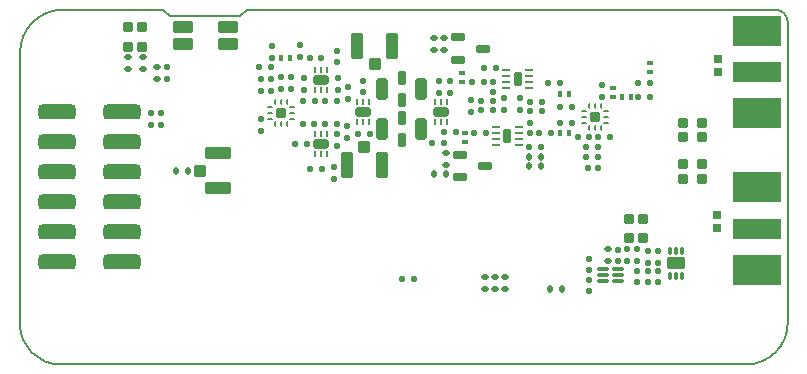
<source format=gtp>
G04*
G04 #@! TF.GenerationSoftware,Altium Limited,CircuitStudio,1.5.2 (30)*
G04*
G04 Layer_Color=16711884*
%FSLAX25Y25*%
%MOIN*%
G70*
G01*
G75*
G04:AMPARAMS|DCode=13|XSize=23.62mil|YSize=17.72mil|CornerRadius=4.43mil|HoleSize=0mil|Usage=FLASHONLY|Rotation=180.000|XOffset=0mil|YOffset=0mil|HoleType=Round|Shape=RoundedRectangle|*
%AMROUNDEDRECTD13*
21,1,0.02362,0.00886,0,0,180.0*
21,1,0.01476,0.01772,0,0,180.0*
1,1,0.00886,-0.00738,0.00443*
1,1,0.00886,0.00738,0.00443*
1,1,0.00886,0.00738,-0.00443*
1,1,0.00886,-0.00738,-0.00443*
%
%ADD13ROUNDEDRECTD13*%
G04:AMPARAMS|DCode=15|XSize=21.65mil|YSize=17.72mil|CornerRadius=4.43mil|HoleSize=0mil|Usage=FLASHONLY|Rotation=270.000|XOffset=0mil|YOffset=0mil|HoleType=Round|Shape=RoundedRectangle|*
%AMROUNDEDRECTD15*
21,1,0.02165,0.00886,0,0,270.0*
21,1,0.01280,0.01772,0,0,270.0*
1,1,0.00886,-0.00443,-0.00640*
1,1,0.00886,-0.00443,0.00640*
1,1,0.00886,0.00443,0.00640*
1,1,0.00886,0.00443,-0.00640*
%
%ADD15ROUNDEDRECTD15*%
G04:AMPARAMS|DCode=16|XSize=37.01mil|YSize=10.63mil|CornerRadius=1.33mil|HoleSize=0mil|Usage=FLASHONLY|Rotation=180.000|XOffset=0mil|YOffset=0mil|HoleType=Round|Shape=RoundedRectangle|*
%AMROUNDEDRECTD16*
21,1,0.03701,0.00797,0,0,180.0*
21,1,0.03435,0.01063,0,0,180.0*
1,1,0.00266,-0.01718,0.00399*
1,1,0.00266,0.01718,0.00399*
1,1,0.00266,0.01718,-0.00399*
1,1,0.00266,-0.01718,-0.00399*
%
%ADD16ROUNDEDRECTD16*%
G04:AMPARAMS|DCode=17|XSize=61.02mil|YSize=40.16mil|CornerRadius=4.02mil|HoleSize=0mil|Usage=FLASHONLY|Rotation=0.000|XOffset=0mil|YOffset=0mil|HoleType=Round|Shape=RoundedRectangle|*
%AMROUNDEDRECTD17*
21,1,0.06102,0.03213,0,0,0.0*
21,1,0.05299,0.04016,0,0,0.0*
1,1,0.00803,0.02649,-0.01606*
1,1,0.00803,-0.02649,-0.01606*
1,1,0.00803,-0.02649,0.01606*
1,1,0.00803,0.02649,0.01606*
%
%ADD17ROUNDEDRECTD17*%
G04:AMPARAMS|DCode=18|XSize=25.59mil|YSize=11.81mil|CornerRadius=2.95mil|HoleSize=0mil|Usage=FLASHONLY|Rotation=270.000|XOffset=0mil|YOffset=0mil|HoleType=Round|Shape=RoundedRectangle|*
%AMROUNDEDRECTD18*
21,1,0.02559,0.00591,0,0,270.0*
21,1,0.01969,0.01181,0,0,270.0*
1,1,0.00591,-0.00295,-0.00984*
1,1,0.00591,-0.00295,0.00984*
1,1,0.00591,0.00295,0.00984*
1,1,0.00591,0.00295,-0.00984*
%
%ADD18ROUNDEDRECTD18*%
G04:AMPARAMS|DCode=19|XSize=31.5mil|YSize=31.5mil|CornerRadius=3.15mil|HoleSize=0mil|Usage=FLASHONLY|Rotation=90.000|XOffset=0mil|YOffset=0mil|HoleType=Round|Shape=RoundedRectangle|*
%AMROUNDEDRECTD19*
21,1,0.03150,0.02520,0,0,90.0*
21,1,0.02520,0.03150,0,0,90.0*
1,1,0.00630,0.01260,0.01260*
1,1,0.00630,0.01260,-0.01260*
1,1,0.00630,-0.01260,-0.01260*
1,1,0.00630,-0.01260,0.01260*
%
%ADD19ROUNDEDRECTD19*%
G04:AMPARAMS|DCode=20|XSize=18.11mil|YSize=7.87mil|CornerRadius=3.15mil|HoleSize=0mil|Usage=FLASHONLY|Rotation=90.000|XOffset=0mil|YOffset=0mil|HoleType=Round|Shape=RoundedRectangle|*
%AMROUNDEDRECTD20*
21,1,0.01811,0.00158,0,0,90.0*
21,1,0.01181,0.00787,0,0,90.0*
1,1,0.00630,0.00079,0.00591*
1,1,0.00630,0.00079,-0.00591*
1,1,0.00630,-0.00079,-0.00591*
1,1,0.00630,-0.00079,0.00591*
%
%ADD20ROUNDEDRECTD20*%
G04:AMPARAMS|DCode=21|XSize=18.11mil|YSize=7.87mil|CornerRadius=3.15mil|HoleSize=0mil|Usage=FLASHONLY|Rotation=0.000|XOffset=0mil|YOffset=0mil|HoleType=Round|Shape=RoundedRectangle|*
%AMROUNDEDRECTD21*
21,1,0.01811,0.00158,0,0,0.0*
21,1,0.01181,0.00787,0,0,0.0*
1,1,0.00630,0.00591,-0.00079*
1,1,0.00630,-0.00591,-0.00079*
1,1,0.00630,-0.00591,0.00079*
1,1,0.00630,0.00591,0.00079*
%
%ADD21ROUNDEDRECTD21*%
G04:AMPARAMS|DCode=22|XSize=41.34mil|YSize=86.61mil|CornerRadius=4.13mil|HoleSize=0mil|Usage=FLASHONLY|Rotation=0.000|XOffset=0mil|YOffset=0mil|HoleType=Round|Shape=RoundedRectangle|*
%AMROUNDEDRECTD22*
21,1,0.04134,0.07835,0,0,0.0*
21,1,0.03307,0.08661,0,0,0.0*
1,1,0.00827,0.01654,-0.03917*
1,1,0.00827,-0.01654,-0.03917*
1,1,0.00827,-0.01654,0.03917*
1,1,0.00827,0.01654,0.03917*
%
%ADD22ROUNDEDRECTD22*%
G04:AMPARAMS|DCode=23|XSize=39.37mil|YSize=41.34mil|CornerRadius=3.94mil|HoleSize=0mil|Usage=FLASHONLY|Rotation=0.000|XOffset=0mil|YOffset=0mil|HoleType=Round|Shape=RoundedRectangle|*
%AMROUNDEDRECTD23*
21,1,0.03937,0.03347,0,0,0.0*
21,1,0.03150,0.04134,0,0,0.0*
1,1,0.00787,0.01575,-0.01673*
1,1,0.00787,-0.01575,-0.01673*
1,1,0.00787,-0.01575,0.01673*
1,1,0.00787,0.01575,0.01673*
%
%ADD23ROUNDEDRECTD23*%
G04:AMPARAMS|DCode=24|XSize=41.34mil|YSize=86.61mil|CornerRadius=4.13mil|HoleSize=0mil|Usage=FLASHONLY|Rotation=270.000|XOffset=0mil|YOffset=0mil|HoleType=Round|Shape=RoundedRectangle|*
%AMROUNDEDRECTD24*
21,1,0.04134,0.07835,0,0,270.0*
21,1,0.03307,0.08661,0,0,270.0*
1,1,0.00827,-0.03917,-0.01654*
1,1,0.00827,-0.03917,0.01654*
1,1,0.00827,0.03917,0.01654*
1,1,0.00827,0.03917,-0.01654*
%
%ADD24ROUNDEDRECTD24*%
G04:AMPARAMS|DCode=25|XSize=39.37mil|YSize=41.34mil|CornerRadius=3.94mil|HoleSize=0mil|Usage=FLASHONLY|Rotation=270.000|XOffset=0mil|YOffset=0mil|HoleType=Round|Shape=RoundedRectangle|*
%AMROUNDEDRECTD25*
21,1,0.03937,0.03347,0,0,270.0*
21,1,0.03150,0.04134,0,0,270.0*
1,1,0.00787,-0.01673,-0.01575*
1,1,0.00787,-0.01673,0.01575*
1,1,0.00787,0.01673,0.01575*
1,1,0.00787,0.01673,-0.01575*
%
%ADD25ROUNDEDRECTD25*%
G04:AMPARAMS|DCode=26|XSize=51.18mil|YSize=31.5mil|CornerRadius=4.72mil|HoleSize=0mil|Usage=FLASHONLY|Rotation=180.000|XOffset=0mil|YOffset=0mil|HoleType=Round|Shape=RoundedRectangle|*
%AMROUNDEDRECTD26*
21,1,0.05118,0.02205,0,0,180.0*
21,1,0.04173,0.03150,0,0,180.0*
1,1,0.00945,-0.02087,0.01102*
1,1,0.00945,0.02087,0.01102*
1,1,0.00945,0.02087,-0.01102*
1,1,0.00945,-0.02087,-0.01102*
%
%ADD26ROUNDEDRECTD26*%
G04:AMPARAMS|DCode=27|XSize=21.65mil|YSize=9.84mil|CornerRadius=1.48mil|HoleSize=0mil|Usage=FLASHONLY|Rotation=90.000|XOffset=0mil|YOffset=0mil|HoleType=Round|Shape=RoundedRectangle|*
%AMROUNDEDRECTD27*
21,1,0.02165,0.00689,0,0,90.0*
21,1,0.01870,0.00984,0,0,90.0*
1,1,0.00295,0.00345,0.00935*
1,1,0.00295,0.00345,-0.00935*
1,1,0.00295,-0.00345,-0.00935*
1,1,0.00295,-0.00345,0.00935*
%
%ADD27ROUNDEDRECTD27*%
G04:AMPARAMS|DCode=28|XSize=125.2mil|YSize=50mil|CornerRadius=12.5mil|HoleSize=0mil|Usage=FLASHONLY|Rotation=180.000|XOffset=0mil|YOffset=0mil|HoleType=Round|Shape=RoundedRectangle|*
%AMROUNDEDRECTD28*
21,1,0.12520,0.02500,0,0,180.0*
21,1,0.10020,0.05000,0,0,180.0*
1,1,0.02500,-0.05010,0.01250*
1,1,0.02500,0.05010,0.01250*
1,1,0.02500,0.05010,-0.01250*
1,1,0.02500,-0.05010,-0.01250*
%
%ADD28ROUNDEDRECTD28*%
G04:AMPARAMS|DCode=29|XSize=21.65mil|YSize=17.72mil|CornerRadius=4.43mil|HoleSize=0mil|Usage=FLASHONLY|Rotation=0.000|XOffset=0mil|YOffset=0mil|HoleType=Round|Shape=RoundedRectangle|*
%AMROUNDEDRECTD29*
21,1,0.02165,0.00886,0,0,0.0*
21,1,0.01280,0.01772,0,0,0.0*
1,1,0.00886,0.00640,-0.00443*
1,1,0.00886,-0.00640,-0.00443*
1,1,0.00886,-0.00640,0.00443*
1,1,0.00886,0.00640,0.00443*
%
%ADD29ROUNDEDRECTD29*%
G04:AMPARAMS|DCode=30|XSize=48.43mil|YSize=23.62mil|CornerRadius=2.95mil|HoleSize=0mil|Usage=FLASHONLY|Rotation=0.000|XOffset=0mil|YOffset=0mil|HoleType=Round|Shape=RoundedRectangle|*
%AMROUNDEDRECTD30*
21,1,0.04843,0.01772,0,0,0.0*
21,1,0.04252,0.02362,0,0,0.0*
1,1,0.00591,0.02126,-0.00886*
1,1,0.00591,-0.02126,-0.00886*
1,1,0.00591,-0.02126,0.00886*
1,1,0.00591,0.02126,0.00886*
%
%ADD30ROUNDEDRECTD30*%
%ADD31R,0.16496X0.07008*%
%ADD32R,0.16496X0.10492*%
G04:AMPARAMS|DCode=33|XSize=9.84mil|YSize=29.53mil|CornerRadius=1.48mil|HoleSize=0mil|Usage=FLASHONLY|Rotation=270.000|XOffset=0mil|YOffset=0mil|HoleType=Round|Shape=RoundedRectangle|*
%AMROUNDEDRECTD33*
21,1,0.00984,0.02658,0,0,270.0*
21,1,0.00689,0.02953,0,0,270.0*
1,1,0.00295,-0.01329,-0.00345*
1,1,0.00295,-0.01329,0.00345*
1,1,0.00295,0.01329,0.00345*
1,1,0.00295,0.01329,-0.00345*
%
%ADD33ROUNDEDRECTD33*%
G04:AMPARAMS|DCode=34|XSize=47.24mil|YSize=23.62mil|CornerRadius=3.54mil|HoleSize=0mil|Usage=FLASHONLY|Rotation=270.000|XOffset=0mil|YOffset=0mil|HoleType=Round|Shape=RoundedRectangle|*
%AMROUNDEDRECTD34*
21,1,0.04724,0.01654,0,0,270.0*
21,1,0.04016,0.02362,0,0,270.0*
1,1,0.00709,-0.00827,-0.02008*
1,1,0.00709,-0.00827,0.02008*
1,1,0.00709,0.00827,0.02008*
1,1,0.00709,0.00827,-0.02008*
%
%ADD34ROUNDEDRECTD34*%
G04:AMPARAMS|DCode=35|XSize=23.62mil|YSize=17.72mil|CornerRadius=4.43mil|HoleSize=0mil|Usage=FLASHONLY|Rotation=270.000|XOffset=0mil|YOffset=0mil|HoleType=Round|Shape=RoundedRectangle|*
%AMROUNDEDRECTD35*
21,1,0.02362,0.00886,0,0,270.0*
21,1,0.01476,0.01772,0,0,270.0*
1,1,0.00886,-0.00443,-0.00738*
1,1,0.00886,-0.00443,0.00738*
1,1,0.00886,0.00443,0.00738*
1,1,0.00886,0.00443,-0.00738*
%
%ADD35ROUNDEDRECTD35*%
G04:AMPARAMS|DCode=36|XSize=14.17mil|YSize=23mil|CornerRadius=0.71mil|HoleSize=0mil|Usage=FLASHONLY|Rotation=180.000|XOffset=0mil|YOffset=0mil|HoleType=Round|Shape=RoundedRectangle|*
%AMROUNDEDRECTD36*
21,1,0.01417,0.02158,0,0,180.0*
21,1,0.01276,0.02300,0,0,180.0*
1,1,0.00142,-0.00638,0.01079*
1,1,0.00142,0.00638,0.01079*
1,1,0.00142,0.00638,-0.01079*
1,1,0.00142,-0.00638,-0.01079*
%
%ADD36ROUNDEDRECTD36*%
G04:AMPARAMS|DCode=37|XSize=14.17mil|YSize=23mil|CornerRadius=0.71mil|HoleSize=0mil|Usage=FLASHONLY|Rotation=270.000|XOffset=0mil|YOffset=0mil|HoleType=Round|Shape=RoundedRectangle|*
%AMROUNDEDRECTD37*
21,1,0.01417,0.02158,0,0,270.0*
21,1,0.01276,0.02300,0,0,270.0*
1,1,0.00142,-0.01079,-0.00638*
1,1,0.00142,-0.01079,0.00638*
1,1,0.00142,0.01079,0.00638*
1,1,0.00142,0.01079,-0.00638*
%
%ADD37ROUNDEDRECTD37*%
G04:AMPARAMS|DCode=38|XSize=27.56mil|YSize=27.56mil|CornerRadius=2.76mil|HoleSize=0mil|Usage=FLASHONLY|Rotation=90.000|XOffset=0mil|YOffset=0mil|HoleType=Round|Shape=RoundedRectangle|*
%AMROUNDEDRECTD38*
21,1,0.02756,0.02205,0,0,90.0*
21,1,0.02205,0.02756,0,0,90.0*
1,1,0.00551,0.01102,0.01102*
1,1,0.00551,0.01102,-0.01102*
1,1,0.00551,-0.01102,-0.01102*
1,1,0.00551,-0.01102,0.01102*
%
%ADD38ROUNDEDRECTD38*%
G04:AMPARAMS|DCode=39|XSize=31.89mil|YSize=36.61mil|CornerRadius=4.78mil|HoleSize=0mil|Usage=FLASHONLY|Rotation=270.000|XOffset=0mil|YOffset=0mil|HoleType=Round|Shape=RoundedRectangle|*
%AMROUNDEDRECTD39*
21,1,0.03189,0.02705,0,0,270.0*
21,1,0.02232,0.03661,0,0,270.0*
1,1,0.00957,-0.01352,-0.01116*
1,1,0.00957,-0.01352,0.01116*
1,1,0.00957,0.01352,0.01116*
1,1,0.00957,0.01352,-0.01116*
%
%ADD39ROUNDEDRECTD39*%
G04:AMPARAMS|DCode=40|XSize=31.89mil|YSize=36.61mil|CornerRadius=4.78mil|HoleSize=0mil|Usage=FLASHONLY|Rotation=180.000|XOffset=0mil|YOffset=0mil|HoleType=Round|Shape=RoundedRectangle|*
%AMROUNDEDRECTD40*
21,1,0.03189,0.02705,0,0,180.0*
21,1,0.02232,0.03661,0,0,180.0*
1,1,0.00957,-0.01116,0.01352*
1,1,0.00957,0.01116,0.01352*
1,1,0.00957,0.01116,-0.01352*
1,1,0.00957,-0.01116,-0.01352*
%
%ADD40ROUNDEDRECTD40*%
G04:AMPARAMS|DCode=41|XSize=64.96mil|YSize=41.34mil|CornerRadius=4.13mil|HoleSize=0mil|Usage=FLASHONLY|Rotation=180.000|XOffset=0mil|YOffset=0mil|HoleType=Round|Shape=RoundedRectangle|*
%AMROUNDEDRECTD41*
21,1,0.06496,0.03307,0,0,180.0*
21,1,0.05669,0.04134,0,0,180.0*
1,1,0.00827,-0.02835,0.01654*
1,1,0.00827,0.02835,0.01654*
1,1,0.00827,0.02835,-0.01654*
1,1,0.00827,-0.02835,-0.01654*
%
%ADD41ROUNDEDRECTD41*%
G04:AMPARAMS|DCode=42|XSize=70.87mil|YSize=40.95mil|CornerRadius=6.14mil|HoleSize=0mil|Usage=FLASHONLY|Rotation=90.000|XOffset=0mil|YOffset=0mil|HoleType=Round|Shape=RoundedRectangle|*
%AMROUNDEDRECTD42*
21,1,0.07087,0.02866,0,0,90.0*
21,1,0.05858,0.04095,0,0,90.0*
1,1,0.01228,0.01433,0.02929*
1,1,0.01228,0.01433,-0.02929*
1,1,0.01228,-0.01433,-0.02929*
1,1,0.01228,-0.01433,0.02929*
%
%ADD42ROUNDEDRECTD42*%
G04:AMPARAMS|DCode=43|XSize=49.02mil|YSize=24.02mil|CornerRadius=3.6mil|HoleSize=0mil|Usage=FLASHONLY|Rotation=90.000|XOffset=0mil|YOffset=0mil|HoleType=Round|Shape=RoundedRectangle|*
%AMROUNDEDRECTD43*
21,1,0.04902,0.01681,0,0,90.0*
21,1,0.04181,0.02402,0,0,90.0*
1,1,0.00721,0.00841,0.02091*
1,1,0.00721,0.00841,-0.02091*
1,1,0.00721,-0.00841,-0.02091*
1,1,0.00721,-0.00841,0.02091*
%
%ADD43ROUNDEDRECTD43*%
%ADD54C,0.00500*%
G04:AMPARAMS|DCode=98|XSize=21.62mil|YSize=17.69mil|CornerRadius=3.92mil|HoleSize=0mil|Usage=FLASHONLY|Rotation=0.000|XOffset=0mil|YOffset=0mil|HoleType=Round|Shape=RoundedRectangle|*
%AMROUNDEDRECTD98*
21,1,0.02162,0.00984,0,0,0.0*
21,1,0.01378,0.01769,0,0,0.0*
1,1,0.00784,0.00689,-0.00492*
1,1,0.00784,-0.00689,-0.00492*
1,1,0.00784,-0.00689,0.00492*
1,1,0.00784,0.00689,0.00492*
%
%ADD98ROUNDEDRECTD98*%
G04:AMPARAMS|DCode=99|XSize=21.62mil|YSize=17.69mil|CornerRadius=3.92mil|HoleSize=0mil|Usage=FLASHONLY|Rotation=90.000|XOffset=0mil|YOffset=0mil|HoleType=Round|Shape=RoundedRectangle|*
%AMROUNDEDRECTD99*
21,1,0.02162,0.00984,0,0,90.0*
21,1,0.01378,0.01769,0,0,90.0*
1,1,0.00784,0.00492,0.00689*
1,1,0.00784,0.00492,-0.00689*
1,1,0.00784,-0.00492,-0.00689*
1,1,0.00784,-0.00492,0.00689*
%
%ADD99ROUNDEDRECTD99*%
D13*
X1230676Y733781D02*
D03*
Y737781D02*
D03*
X1189776Y724481D02*
D03*
Y728481D02*
D03*
X1193076Y724481D02*
D03*
Y728481D02*
D03*
X1196376Y724481D02*
D03*
Y728481D02*
D03*
X1172776Y808381D02*
D03*
Y804381D02*
D03*
X1080176Y794681D02*
D03*
Y798681D02*
D03*
X1075476Y798081D02*
D03*
Y802081D02*
D03*
X1070676Y798081D02*
D03*
Y802081D02*
D03*
X1176676Y769781D02*
D03*
Y765781D02*
D03*
X1175976Y808381D02*
D03*
Y804381D02*
D03*
D15*
X1240448Y733781D02*
D03*
X1237102D02*
D03*
X1240448Y737781D02*
D03*
X1237102D02*
D03*
X1223903Y764881D02*
D03*
X1227249D02*
D03*
D16*
X1228895Y727413D02*
D03*
Y729381D02*
D03*
Y731350D02*
D03*
X1233856D02*
D03*
Y729381D02*
D03*
Y727413D02*
D03*
D17*
X1253301Y733156D02*
D03*
D18*
X1255270Y729022D02*
D03*
X1253301D02*
D03*
X1251332D02*
D03*
Y737290D02*
D03*
X1253301D02*
D03*
X1255270D02*
D03*
D19*
X1226417Y782035D02*
D03*
X1121693Y783217D02*
D03*
D20*
X1224449Y785697D02*
D03*
X1226417D02*
D03*
X1228386D02*
D03*
Y778374D02*
D03*
X1226417D02*
D03*
X1224449D02*
D03*
X1123662Y779555D02*
D03*
X1121693D02*
D03*
X1119724D02*
D03*
Y786878D02*
D03*
X1121693D02*
D03*
X1123662D02*
D03*
D21*
X1230079Y784004D02*
D03*
Y782035D02*
D03*
Y780067D02*
D03*
X1222756D02*
D03*
Y782035D02*
D03*
Y784004D02*
D03*
X1118032Y781248D02*
D03*
Y783217D02*
D03*
Y785185D02*
D03*
X1125354D02*
D03*
Y783217D02*
D03*
Y781248D02*
D03*
D22*
X1158653Y805581D02*
D03*
X1147038D02*
D03*
X1143639Y766001D02*
D03*
X1155253D02*
D03*
D23*
X1152846Y799577D02*
D03*
X1149446Y772005D02*
D03*
D24*
X1100476Y758174D02*
D03*
Y769788D02*
D03*
D25*
X1094472Y763981D02*
D03*
D26*
X1135079Y794240D02*
D03*
Y772980D02*
D03*
X1148996Y783671D02*
D03*
X1174836Y783751D02*
D03*
D27*
X1133110Y797587D02*
D03*
X1135079D02*
D03*
X1137047D02*
D03*
Y790894D02*
D03*
X1135079D02*
D03*
X1133110D02*
D03*
X1137047Y769634D02*
D03*
X1135079D02*
D03*
X1133110D02*
D03*
Y776327D02*
D03*
X1135079D02*
D03*
X1137047D02*
D03*
X1147027Y787018D02*
D03*
X1148996D02*
D03*
X1150964D02*
D03*
Y780325D02*
D03*
X1148996D02*
D03*
X1147027D02*
D03*
X1172867Y787098D02*
D03*
X1174836D02*
D03*
X1176804D02*
D03*
Y780405D02*
D03*
X1174836D02*
D03*
X1172867D02*
D03*
D28*
X1068481Y733478D02*
D03*
Y743478D02*
D03*
Y753478D02*
D03*
Y763478D02*
D03*
Y773478D02*
D03*
Y783478D02*
D03*
X1046985Y733478D02*
D03*
Y743478D02*
D03*
Y753478D02*
D03*
Y763478D02*
D03*
Y773478D02*
D03*
Y783478D02*
D03*
D29*
X1204567Y779968D02*
D03*
Y776622D02*
D03*
X1192376Y790335D02*
D03*
Y793681D02*
D03*
D30*
X1181415Y761922D02*
D03*
X1189761Y765662D02*
D03*
X1181415Y769403D02*
D03*
X1180725Y800998D02*
D03*
X1189072Y804738D02*
D03*
X1180725Y808478D02*
D03*
D31*
X1280174Y744698D02*
D03*
Y796864D02*
D03*
D32*
Y758448D02*
D03*
Y730948D02*
D03*
Y810614D02*
D03*
Y783114D02*
D03*
D33*
X1204410Y791583D02*
D03*
Y793551D02*
D03*
Y795520D02*
D03*
Y797488D02*
D03*
X1196654Y791583D02*
D03*
Y793551D02*
D03*
Y795520D02*
D03*
Y797488D02*
D03*
X1193150Y778591D02*
D03*
Y776622D02*
D03*
Y774654D02*
D03*
Y772685D02*
D03*
X1200906Y778591D02*
D03*
Y776622D02*
D03*
Y774654D02*
D03*
Y772685D02*
D03*
D34*
X1200532Y794535D02*
D03*
X1197028Y775638D02*
D03*
D35*
X1090476Y763931D02*
D03*
X1086476D02*
D03*
X1208366Y768759D02*
D03*
X1204366D02*
D03*
X1204276Y765581D02*
D03*
X1208276D02*
D03*
X1211276Y724481D02*
D03*
X1215276D02*
D03*
X1176676Y762981D02*
D03*
X1172676D02*
D03*
D36*
X1238276Y788681D02*
D03*
X1235276D02*
D03*
X1214583Y776524D02*
D03*
X1217583D02*
D03*
X1214583Y789713D02*
D03*
X1217583D02*
D03*
X1124716Y801681D02*
D03*
X1121716D02*
D03*
D37*
X1182876Y776581D02*
D03*
Y773581D02*
D03*
X1181929Y793610D02*
D03*
Y796610D02*
D03*
X1244576Y796781D02*
D03*
Y799781D02*
D03*
X1232276Y788681D02*
D03*
Y791681D02*
D03*
D38*
X1267433Y796797D02*
D03*
Y801128D02*
D03*
X1266887Y744797D02*
D03*
Y749127D02*
D03*
D39*
X1075456Y805442D02*
D03*
Y811820D02*
D03*
X1070636Y805422D02*
D03*
Y811800D02*
D03*
X1237476Y741692D02*
D03*
Y748070D02*
D03*
X1242376Y741692D02*
D03*
Y748070D02*
D03*
D40*
X1255687Y779881D02*
D03*
X1262065D02*
D03*
X1255687Y775181D02*
D03*
X1262065D02*
D03*
X1255687Y761381D02*
D03*
X1262065D02*
D03*
X1255687Y766181D02*
D03*
X1262065D02*
D03*
D41*
X1088797Y812035D02*
D03*
Y806327D02*
D03*
X1103954Y812035D02*
D03*
Y806327D02*
D03*
D42*
X1155428Y791161D02*
D03*
X1168223D02*
D03*
X1155438Y778011D02*
D03*
X1168233D02*
D03*
D43*
X1161826Y794813D02*
D03*
Y787509D02*
D03*
X1161836Y781663D02*
D03*
Y774360D02*
D03*
D54*
X1276749Y699502D02*
G03*
X1290528Y713281I0J13780D01*
G01*
X1034623Y712769D02*
G03*
X1047891Y699502I13268J0D01*
G01*
X1048995Y817730D02*
G03*
X1034623Y803358I0J-14372D01*
G01*
X1290528Y813564D02*
G03*
X1286362Y817730I-4166J0D01*
G01*
X1047891Y699502D02*
X1276749Y699502D01*
X1034623Y712769D02*
X1034623Y796470D01*
X1290528Y718006D02*
Y767631D01*
X1084591Y815466D02*
X1107961D01*
X1034623Y796470D02*
Y803358D01*
X1290528Y713281D02*
Y718006D01*
X1110224Y817730D02*
X1286362D01*
X1290528Y767631D02*
Y813564D01*
X1082327Y817730D02*
X1084591Y815466D01*
X1048995Y817730D02*
X1082327D01*
X1107961Y815466D02*
X1110224Y817730D01*
D98*
X1081576Y779313D02*
D03*
Y783250D02*
D03*
X1118376Y790613D02*
D03*
Y794550D02*
D03*
X1247201Y733387D02*
D03*
Y737324D02*
D03*
X1243801Y730724D02*
D03*
Y726787D02*
D03*
Y737324D02*
D03*
Y733387D02*
D03*
X1247201Y730724D02*
D03*
Y726787D02*
D03*
X1078176Y779313D02*
D03*
Y783250D02*
D03*
X1115000Y777311D02*
D03*
Y781248D02*
D03*
X1121676Y795350D02*
D03*
Y791413D02*
D03*
X1124876Y795350D02*
D03*
Y791413D02*
D03*
X1114976Y790613D02*
D03*
Y794550D02*
D03*
X1140376Y772213D02*
D03*
Y776150D02*
D03*
X1224276Y730813D02*
D03*
Y734750D02*
D03*
X1240401Y726787D02*
D03*
Y730724D02*
D03*
X1233876Y733813D02*
D03*
Y737750D02*
D03*
X1224376Y727750D02*
D03*
Y723813D02*
D03*
X1083476Y798550D02*
D03*
Y794613D02*
D03*
X1140176Y800173D02*
D03*
Y804110D02*
D03*
X1129376Y795050D02*
D03*
Y791113D02*
D03*
X1139296Y765280D02*
D03*
Y761343D02*
D03*
X1143776Y775013D02*
D03*
Y778950D02*
D03*
X1143876Y791950D02*
D03*
Y788013D02*
D03*
X1177876Y793850D02*
D03*
Y789913D02*
D03*
X1174276D02*
D03*
Y793850D02*
D03*
X1228476Y788713D02*
D03*
Y792650D02*
D03*
X1201172Y784334D02*
D03*
Y788271D02*
D03*
X1195922Y784265D02*
D03*
Y788202D02*
D03*
X1148996Y790163D02*
D03*
Y794100D02*
D03*
X1140566Y794860D02*
D03*
Y790923D02*
D03*
X1127856Y801893D02*
D03*
Y805830D02*
D03*
X1118606Y801713D02*
D03*
Y805650D02*
D03*
X1185079Y787547D02*
D03*
Y783610D02*
D03*
D99*
X1227244Y771881D02*
D03*
X1223307D02*
D03*
X1161907Y727781D02*
D03*
X1165844D02*
D03*
X1132744Y779681D02*
D03*
X1128807D02*
D03*
X1136307Y787281D02*
D03*
X1140244D02*
D03*
X1136207Y779681D02*
D03*
X1140144D02*
D03*
X1244644Y788681D02*
D03*
X1240707D02*
D03*
X1231142Y775343D02*
D03*
X1227205D02*
D03*
X1220512D02*
D03*
X1224449D02*
D03*
X1227244Y768481D02*
D03*
X1223307D02*
D03*
X1130174Y772848D02*
D03*
X1126237D02*
D03*
X1132844Y787281D02*
D03*
X1128907D02*
D03*
X1211654Y776524D02*
D03*
X1207717D02*
D03*
X1192379Y787415D02*
D03*
X1188442D02*
D03*
X1204583Y787021D02*
D03*
X1208521D02*
D03*
X1189244Y793481D02*
D03*
X1185307D02*
D03*
X1151164Y776441D02*
D03*
X1147227D02*
D03*
X1204407Y771981D02*
D03*
X1208344D02*
D03*
X1185907Y776681D02*
D03*
X1189844D02*
D03*
X1208521Y783872D02*
D03*
X1204583D02*
D03*
X1176094Y776930D02*
D03*
X1180031D02*
D03*
X1218642Y779969D02*
D03*
X1214705D02*
D03*
X1210571Y793354D02*
D03*
X1214508D02*
D03*
X1214707Y785181D02*
D03*
X1218644D02*
D03*
X1244644Y793181D02*
D03*
X1240707D02*
D03*
X1172107Y773171D02*
D03*
X1176044D02*
D03*
X1193166Y798439D02*
D03*
X1189229D02*
D03*
X1192379Y784265D02*
D03*
X1188442D02*
D03*
X1131142Y801721D02*
D03*
X1135079D02*
D03*
X1114217Y798691D02*
D03*
X1118154D02*
D03*
X1131355Y764580D02*
D03*
X1135292D02*
D03*
M02*

</source>
